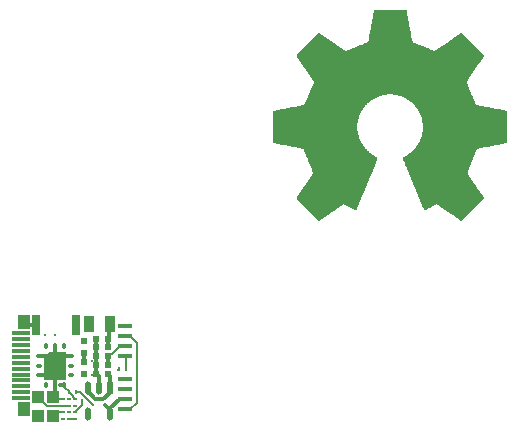
<source format=gbr>
%TF.GenerationSoftware,Altium Limited,Altium Designer,24.8.2 (39)*%
G04 Layer_Physical_Order=1*
G04 Layer_Color=255*
%FSLAX45Y45*%
%MOMM*%
%TF.SameCoordinates,62BC436B-7982-48EA-BC41-0FA37A5750A2*%
%TF.FilePolarity,Positive*%
%TF.FileFunction,Copper,L1,Top,Signal*%
%TF.Part,Single*%
G01*
G75*
%TA.AperFunction,SMDPad,CuDef*%
%ADD10R,0.55000X0.60000*%
%ADD11R,0.30000X0.27000*%
%ADD12R,0.27000X0.30000*%
%ADD13R,0.60000X0.50000*%
%AMCUSTOMSHAPE14*
4,1,5,-0.90000,-1.15000,-0.90000,0.77044,-0.52044,1.15000,0.90000,1.15000,0.90000,-1.15000,-0.90000,-1.15000,0.0*%
%ADD14CUSTOMSHAPE14*%

G04:AMPARAMS|DCode=15|XSize=0.3mm|YSize=0.45mm|CornerRadius=0.075mm|HoleSize=0mm|Usage=FLASHONLY|Rotation=0.000|XOffset=0mm|YOffset=0mm|HoleType=Round|Shape=RoundedRectangle|*
%AMROUNDEDRECTD15*
21,1,0.30000,0.30000,0,0,0.0*
21,1,0.15000,0.45000,0,0,0.0*
1,1,0.15000,0.07500,-0.15000*
1,1,0.15000,-0.07500,-0.15000*
1,1,0.15000,-0.07500,0.15000*
1,1,0.15000,0.07500,0.15000*
%
%ADD15ROUNDEDRECTD15*%
G04:AMPARAMS|DCode=16|XSize=0.3mm|YSize=0.45mm|CornerRadius=0.075mm|HoleSize=0mm|Usage=FLASHONLY|Rotation=90.000|XOffset=0mm|YOffset=0mm|HoleType=Round|Shape=RoundedRectangle|*
%AMROUNDEDRECTD16*
21,1,0.30000,0.30000,0,0,90.0*
21,1,0.15000,0.45000,0,0,90.0*
1,1,0.15000,0.15000,0.07500*
1,1,0.15000,0.15000,-0.07500*
1,1,0.15000,-0.15000,-0.07500*
1,1,0.15000,-0.15000,0.07500*
%
%ADD16ROUNDEDRECTD16*%
%TA.AperFunction,ConnectorPad*%
%ADD17R,1.00000X1.10000*%
%TA.AperFunction,SMDPad,CuDef*%
%ADD18R,0.85000X1.40000*%
%ADD19R,1.30000X0.42000*%
%ADD20R,0.80000X1.70000*%
%ADD21R,0.50000X0.60000*%
G04:AMPARAMS|DCode=22|XSize=1.10712mm|YSize=0.53583mm|CornerRadius=0.26791mm|HoleSize=0mm|Usage=FLASHONLY|Rotation=270.000|XOffset=0mm|YOffset=0mm|HoleType=Round|Shape=RoundedRectangle|*
%AMROUNDEDRECTD22*
21,1,1.10712,0.00000,0,0,270.0*
21,1,0.57129,0.53583,0,0,270.0*
1,1,0.53583,0.00000,-0.28565*
1,1,0.53583,0.00000,0.28565*
1,1,0.53583,0.00000,0.28565*
1,1,0.53583,0.00000,-0.28565*
%
%ADD22ROUNDEDRECTD22*%
%ADD23R,0.53583X1.10712*%
%TA.AperFunction,ConnectorPad*%
%ADD24R,1.00000X1.18000*%
%ADD25R,1.50000X0.35000*%
%TA.AperFunction,Conductor*%
%ADD26C,0.30000*%
%ADD27C,0.15240*%
%ADD28C,0.20000*%
%TA.AperFunction,ViaPad*%
%ADD29C,0.25000*%
G36*
X7663403Y11509324D02*
Y11505973D01*
X7670105D01*
Y11502622D01*
X7676806D01*
Y11499271D01*
X7686859D01*
Y11495921D01*
X7693560D01*
Y11492570D01*
X7703613D01*
Y11489219D01*
X7710315D01*
Y11485868D01*
X7720367D01*
Y11482518D01*
X7727069D01*
Y11479167D01*
X7733770D01*
Y11475816D01*
X7743823D01*
Y11472465D01*
X7750524D01*
Y11469114D01*
X7760577D01*
Y11465763D01*
X7767278D01*
Y11462412D01*
X7777331D01*
Y11459062D01*
X7784032D01*
Y11455711D01*
X7794085D01*
Y11452360D01*
X7800787D01*
Y11449009D01*
X7807488D01*
Y11445659D01*
X7817541D01*
Y11442308D01*
X7824242D01*
Y11438957D01*
X7834295D01*
Y11435606D01*
X7851049D01*
Y11438957D01*
X7857750D01*
Y11442308D01*
X7861101D01*
Y11445659D01*
X7864452D01*
Y11449009D01*
X7871154D01*
Y11452360D01*
X7874504D01*
Y11455711D01*
X7881206D01*
Y11459062D01*
X7884557D01*
Y11462412D01*
X7891259D01*
Y11465763D01*
X7894609D01*
Y11469114D01*
X7901311D01*
Y11472465D01*
X7904662D01*
Y11475816D01*
X7911363D01*
Y11479167D01*
X7914714D01*
Y11482518D01*
X7921416D01*
Y11485868D01*
X7924767D01*
Y11489219D01*
X7928117D01*
Y11492570D01*
X7934819D01*
Y11495921D01*
X7938170D01*
Y11499271D01*
X7944872D01*
Y11502622D01*
X7948222D01*
Y11505973D01*
X7954924D01*
Y11509324D01*
X7958275D01*
Y11512675D01*
X7964976D01*
Y11516025D01*
X7968327D01*
Y11519377D01*
X7975029D01*
Y11522727D01*
X7978380D01*
Y11526078D01*
X7981731D01*
Y11529429D01*
X7988432D01*
Y11532780D01*
X7991783D01*
Y11536130D01*
X7998485D01*
Y11539481D01*
X8001835D01*
Y11542832D01*
X8008537D01*
Y11546183D01*
X8011888D01*
Y11549534D01*
X8018590D01*
Y11552884D01*
X8021940D01*
Y11556235D01*
X8028642D01*
Y11559586D01*
X8031993D01*
Y11562937D01*
X8035344D01*
Y11566288D01*
X8042045D01*
Y11569639D01*
X8045396D01*
Y11572989D01*
X8052098D01*
Y11576340D01*
X8055448D01*
Y11579691D01*
X8062150D01*
Y11583042D01*
X8078904D01*
Y11579691D01*
X8082255D01*
Y11576340D01*
X8085606D01*
Y11572989D01*
X8088957D01*
Y11569639D01*
X8092307D01*
Y11566288D01*
X8095658D01*
Y11562937D01*
X8099009D01*
Y11559586D01*
X8102360D01*
Y11556235D01*
X8105710D01*
Y11552884D01*
X8109062D01*
Y11549534D01*
X8112412D01*
Y11546183D01*
X8115763D01*
Y11542832D01*
X8119114D01*
Y11539481D01*
X8122465D01*
Y11536130D01*
X8125816D01*
Y11532780D01*
X8129166D01*
Y11529429D01*
X8132517D01*
Y11526078D01*
X8135868D01*
Y11522727D01*
X8139219D01*
Y11519377D01*
X8142569D01*
Y11516025D01*
X8145920D01*
Y11512675D01*
X8149271D01*
Y11509324D01*
X8152622D01*
Y11505973D01*
X8155973D01*
Y11502622D01*
X8159324D01*
Y11499271D01*
X8162675D01*
Y11495921D01*
X8166025D01*
Y11492570D01*
X8169376D01*
Y11489219D01*
X8172727D01*
Y11485868D01*
X8176078D01*
Y11482518D01*
X8179428D01*
Y11479167D01*
X8182779D01*
Y11475816D01*
X8186130D01*
Y11472465D01*
X8189481D01*
Y11469114D01*
X8192832D01*
Y11465763D01*
X8196182D01*
Y11462412D01*
X8199534D01*
Y11459062D01*
X8202884D01*
Y11455711D01*
X8206235D01*
Y11452360D01*
X8209586D01*
Y11449009D01*
X8212937D01*
Y11445659D01*
X8216287D01*
Y11442308D01*
X8219638D01*
Y11438957D01*
X8222989D01*
Y11435606D01*
X8226340D01*
Y11432255D01*
X8229691D01*
Y11428904D01*
X8233041D01*
Y11425553D01*
X8236392D01*
Y11422203D01*
X8239743D01*
Y11418852D01*
X8243094D01*
Y11415501D01*
X8246445D01*
Y11412150D01*
X8249796D01*
Y11408800D01*
X8253147D01*
Y11405449D01*
X8256497D01*
Y11402098D01*
X8259848D01*
Y11385344D01*
X8256497D01*
Y11378642D01*
X8253147D01*
Y11375291D01*
X8249796D01*
Y11368590D01*
X8246445D01*
Y11365239D01*
X8243094D01*
Y11358537D01*
X8239743D01*
Y11355187D01*
X8236392D01*
Y11351836D01*
X8233041D01*
Y11345134D01*
X8229691D01*
Y11341783D01*
X8226340D01*
Y11335082D01*
X8222989D01*
Y11331731D01*
X8219638D01*
Y11325029D01*
X8216287D01*
Y11321678D01*
X8212937D01*
Y11314977D01*
X8209586D01*
Y11311626D01*
X8206235D01*
Y11304924D01*
X8202884D01*
Y11301574D01*
X8199534D01*
Y11298223D01*
X8196182D01*
Y11291521D01*
X8192832D01*
Y11288170D01*
X8189481D01*
Y11281469D01*
X8186130D01*
Y11278118D01*
X8182779D01*
Y11271416D01*
X8179428D01*
Y11268065D01*
X8176078D01*
Y11261364D01*
X8172727D01*
Y11258013D01*
X8169376D01*
Y11251311D01*
X8166025D01*
Y11247960D01*
X8162675D01*
Y11241259D01*
X8159324D01*
Y11237908D01*
X8155973D01*
Y11234557D01*
X8152622D01*
Y11227856D01*
X8149271D01*
Y11224505D01*
X8145920D01*
Y11217803D01*
X8142569D01*
Y11214452D01*
X8139219D01*
Y11207751D01*
X8135868D01*
Y11204400D01*
X8132517D01*
Y11197698D01*
X8129166D01*
Y11194347D01*
X8125816D01*
Y11187646D01*
X8122465D01*
Y11184295D01*
X8119114D01*
Y11180944D01*
X8115763D01*
Y11157488D01*
X8119114D01*
Y11150787D01*
X8122465D01*
Y11144085D01*
X8125816D01*
Y11134033D01*
X8129166D01*
Y11127331D01*
X8132517D01*
Y11120630D01*
X8135868D01*
Y11110577D01*
X8139219D01*
Y11103875D01*
X8142569D01*
Y11097174D01*
X8145920D01*
Y11087121D01*
X8149271D01*
Y11080420D01*
X8152622D01*
Y11073718D01*
X8155973D01*
Y11063666D01*
X8159324D01*
Y11056964D01*
X8162675D01*
Y11050262D01*
X8166025D01*
Y11040210D01*
X8169376D01*
Y11033508D01*
X8172727D01*
Y11026807D01*
X8176078D01*
Y11016754D01*
X8179428D01*
Y11010053D01*
X8182779D01*
Y11003351D01*
X8186130D01*
Y10993299D01*
X8189481D01*
Y10986597D01*
X8192832D01*
Y10983246D01*
X8196182D01*
Y10979895D01*
X8199534D01*
Y10976544D01*
X8206235D01*
Y10973194D01*
X8222989D01*
Y10969843D01*
X8239743D01*
Y10966492D01*
X8259848D01*
Y10963141D01*
X8276602D01*
Y10959790D01*
X8296707D01*
Y10956440D01*
X8313461D01*
Y10953089D01*
X8330215D01*
Y10949738D01*
X8350320D01*
Y10946387D01*
X8367074D01*
Y10943036D01*
X8383828D01*
Y10939686D01*
X8403933D01*
Y10936335D01*
X8420687D01*
Y10932984D01*
X8440792D01*
Y10929633D01*
X8454195D01*
Y10926282D01*
X8457546D01*
Y10919581D01*
X8460897D01*
Y10661568D01*
X8457546D01*
Y10654866D01*
X8450844D01*
Y10651515D01*
X8434090D01*
Y10648165D01*
X8417336D01*
Y10644814D01*
X8397231D01*
Y10641463D01*
X8380477D01*
Y10638112D01*
X8363723D01*
Y10634761D01*
X8343618D01*
Y10631411D01*
X8326864D01*
Y10628060D01*
X8310110D01*
Y10624709D01*
X8290006D01*
Y10621358D01*
X8273251D01*
Y10618007D01*
X8256497D01*
Y10614656D01*
X8236392D01*
Y10611306D01*
X8219638D01*
Y10607955D01*
X8206235D01*
Y10604604D01*
X8202884D01*
Y10601253D01*
X8199534D01*
Y10597902D01*
X8196182D01*
Y10587850D01*
X8192832D01*
Y10581148D01*
X8189481D01*
Y10571096D01*
X8186130D01*
Y10564394D01*
X8182779D01*
Y10554342D01*
X8179428D01*
Y10547640D01*
X8176078D01*
Y10537588D01*
X8172727D01*
Y10530886D01*
X8169376D01*
Y10520834D01*
X8166025D01*
Y10514132D01*
X8162675D01*
Y10504080D01*
X8159324D01*
Y10497378D01*
X8155973D01*
Y10487325D01*
X8152622D01*
Y10480624D01*
X8149271D01*
Y10470571D01*
X8145920D01*
Y10463870D01*
X8142569D01*
Y10453818D01*
X8139219D01*
Y10447116D01*
X8135868D01*
Y10437063D01*
X8132517D01*
Y10430362D01*
X8129166D01*
Y10420309D01*
X8125816D01*
Y10413608D01*
X8122465D01*
Y10393503D01*
X8125816D01*
Y10386801D01*
X8129166D01*
Y10383450D01*
X8132517D01*
Y10376749D01*
X8135868D01*
Y10373398D01*
X8139219D01*
Y10366696D01*
X8142569D01*
Y10363346D01*
X8145920D01*
Y10359995D01*
X8149271D01*
Y10353293D01*
X8152622D01*
Y10349942D01*
X8155973D01*
Y10343241D01*
X8159324D01*
Y10339890D01*
X8162675D01*
Y10333188D01*
X8166025D01*
Y10329837D01*
X8169376D01*
Y10323136D01*
X8172727D01*
Y10319785D01*
X8176078D01*
Y10313083D01*
X8179428D01*
Y10309732D01*
X8182779D01*
Y10306382D01*
X8186130D01*
Y10299680D01*
X8189481D01*
Y10296329D01*
X8192832D01*
Y10289628D01*
X8196182D01*
Y10286277D01*
X8199534D01*
Y10279575D01*
X8202884D01*
Y10276224D01*
X8206235D01*
Y10269523D01*
X8209586D01*
Y10266172D01*
X8212937D01*
Y10259470D01*
X8216287D01*
Y10256119D01*
X8219638D01*
Y10252769D01*
X8222989D01*
Y10246067D01*
X8226340D01*
Y10242716D01*
X8229691D01*
Y10236015D01*
X8233041D01*
Y10232664D01*
X8236392D01*
Y10225962D01*
X8239743D01*
Y10222611D01*
X8243094D01*
Y10215910D01*
X8246445D01*
Y10212559D01*
X8249796D01*
Y10205857D01*
X8253147D01*
Y10202506D01*
X8256497D01*
Y10195805D01*
X8259848D01*
Y10179051D01*
X8256497D01*
Y10175700D01*
X8253147D01*
Y10172349D01*
X8249796D01*
Y10168998D01*
X8246445D01*
Y10165647D01*
X8243094D01*
Y10162297D01*
X8239743D01*
Y10158946D01*
X8236392D01*
Y10155595D01*
X8233041D01*
Y10152244D01*
X8229691D01*
Y10148893D01*
X8226340D01*
Y10145543D01*
X8222989D01*
Y10142192D01*
X8219638D01*
Y10138841D01*
X8216287D01*
Y10135490D01*
X8212937D01*
Y10132139D01*
X8209586D01*
Y10128788D01*
X8206235D01*
Y10125438D01*
X8202884D01*
Y10122087D01*
X8199534D01*
Y10118736D01*
X8196182D01*
Y10115385D01*
X8192832D01*
Y10112034D01*
X8189481D01*
Y10108684D01*
X8186130D01*
Y10105333D01*
X8182779D01*
Y10101982D01*
X8179428D01*
Y10098631D01*
X8176078D01*
Y10095280D01*
X8172727D01*
Y10091930D01*
X8169376D01*
Y10088579D01*
X8166025D01*
Y10085228D01*
X8162675D01*
Y10081877D01*
X8159324D01*
Y10078526D01*
X8155973D01*
Y10075175D01*
X8152622D01*
Y10071825D01*
X8149271D01*
Y10068474D01*
X8145920D01*
Y10065123D01*
X8142569D01*
Y10061772D01*
X8139219D01*
Y10058421D01*
X8135868D01*
Y10055071D01*
X8132517D01*
Y10051720D01*
X8129166D01*
Y10048369D01*
X8125816D01*
Y10045018D01*
X8122465D01*
Y10041667D01*
X8119114D01*
Y10038316D01*
X8115763D01*
Y10034966D01*
X8112412D01*
Y10031615D01*
X8109062D01*
Y10028264D01*
X8105710D01*
Y10024913D01*
X8102360D01*
Y10021562D01*
X8099009D01*
Y10018212D01*
X8095658D01*
Y10014861D01*
X8092307D01*
Y10011510D01*
X8088957D01*
Y10008159D01*
X8085606D01*
Y10004808D01*
X8082255D01*
Y10001458D01*
X8078904D01*
Y9998107D01*
X8062150D01*
Y10001458D01*
X8058799D01*
Y10004808D01*
X8052098D01*
Y10008159D01*
X8048747D01*
Y10011510D01*
X8042045D01*
Y10014861D01*
X8038694D01*
Y10018212D01*
X8031993D01*
Y10021562D01*
X8028642D01*
Y10024913D01*
X8021940D01*
Y10028264D01*
X8018590D01*
Y10031615D01*
X8015239D01*
Y10034966D01*
X8008537D01*
Y10038316D01*
X8005186D01*
Y10041667D01*
X7998485D01*
Y10045018D01*
X7995134D01*
Y10048369D01*
X7988432D01*
Y10051720D01*
X7985081D01*
Y10055071D01*
X7978380D01*
Y10058421D01*
X7975029D01*
Y10061772D01*
X7968327D01*
Y10065123D01*
X7964976D01*
Y10068474D01*
X7961626D01*
Y10071825D01*
X7954924D01*
Y10075175D01*
X7951573D01*
Y10078526D01*
X7944872D01*
Y10081877D01*
X7941521D01*
Y10085228D01*
X7934819D01*
Y10088579D01*
X7931468D01*
Y10091930D01*
X7924767D01*
Y10095280D01*
X7921416D01*
Y10098631D01*
X7914714D01*
Y10101982D01*
X7911363D01*
Y10105333D01*
X7904662D01*
Y10108684D01*
X7901311D01*
Y10112034D01*
X7897960D01*
Y10115385D01*
X7891259D01*
Y10118736D01*
X7887908D01*
Y10122087D01*
X7881206D01*
Y10125438D01*
X7877855D01*
Y10128788D01*
X7871154D01*
Y10132139D01*
X7864452D01*
Y10135490D01*
X7854400D01*
Y10132139D01*
X7847698D01*
Y10128788D01*
X7840996D01*
Y10125438D01*
X7834295D01*
Y10122087D01*
X7830944D01*
Y10118736D01*
X7824242D01*
Y10115385D01*
X7817541D01*
Y10112034D01*
X7810839D01*
Y10108684D01*
X7804137D01*
Y10105333D01*
X7797436D01*
Y10101982D01*
X7790734D01*
Y10098631D01*
X7784032D01*
Y10095280D01*
X7780682D01*
Y10091930D01*
X7773980D01*
Y10088579D01*
X7767278D01*
Y10085228D01*
X7757226D01*
Y10088579D01*
X7753875D01*
Y10091930D01*
X7750524D01*
Y10101982D01*
X7747173D01*
Y10108684D01*
X7743823D01*
Y10115385D01*
X7740472D01*
Y10125438D01*
X7737121D01*
Y10132139D01*
X7733770D01*
Y10142192D01*
X7730419D01*
Y10148893D01*
X7727069D01*
Y10158946D01*
X7723718D01*
Y10165647D01*
X7720367D01*
Y10172349D01*
X7717016D01*
Y10182402D01*
X7713665D01*
Y10189103D01*
X7710315D01*
Y10199156D01*
X7706964D01*
Y10205857D01*
X7703613D01*
Y10212559D01*
X7700262D01*
Y10222611D01*
X7696911D01*
Y10229313D01*
X7693560D01*
Y10239365D01*
X7690210D01*
Y10246067D01*
X7686859D01*
Y10256119D01*
X7683508D01*
Y10262821D01*
X7680157D01*
Y10269523D01*
X7676806D01*
Y10279575D01*
X7673456D01*
Y10286277D01*
X7670105D01*
Y10296329D01*
X7666754D01*
Y10303031D01*
X7663403D01*
Y10309732D01*
X7660052D01*
Y10319785D01*
X7656701D01*
Y10326487D01*
X7653351D01*
Y10336539D01*
X7650000D01*
Y10343241D01*
X7646649D01*
Y10353293D01*
X7643298D01*
Y10359995D01*
X7639947D01*
Y10366696D01*
X7636597D01*
Y10376749D01*
X7633246D01*
Y10383450D01*
X7629895D01*
Y10393503D01*
X7626544D01*
Y10400204D01*
X7623193D01*
Y10406906D01*
X7619843D01*
Y10416959D01*
X7616492D01*
Y10423660D01*
X7613141D01*
Y10433712D01*
X7609790D01*
Y10440414D01*
X7606439D01*
Y10450467D01*
X7603088D01*
Y10457168D01*
X7599738D01*
Y10463870D01*
X7596387D01*
Y10473922D01*
X7593036D01*
Y10480624D01*
X7589685D01*
Y10490677D01*
X7586334D01*
Y10497378D01*
X7582984D01*
Y10504080D01*
X7579633D01*
Y10514132D01*
X7576282D01*
Y10527535D01*
X7579633D01*
Y10534237D01*
X7586334D01*
Y10537588D01*
X7593036D01*
Y10540939D01*
X7596387D01*
Y10544289D01*
X7603088D01*
Y10547640D01*
X7606439D01*
Y10550991D01*
X7613141D01*
Y10554342D01*
X7616492D01*
Y10557693D01*
X7619843D01*
Y10561043D01*
X7626544D01*
Y10564394D01*
X7629895D01*
Y10567745D01*
X7636597D01*
Y10571096D01*
X7639947D01*
Y10574447D01*
X7643298D01*
Y10577797D01*
X7646649D01*
Y10581148D01*
X7650000D01*
Y10584499D01*
X7656701D01*
Y10587850D01*
X7660052D01*
Y10591201D01*
X7663403D01*
Y10594552D01*
X7666754D01*
Y10597902D01*
X7670105D01*
Y10601253D01*
X7673456D01*
Y10607955D01*
X7676806D01*
Y10611306D01*
X7680157D01*
Y10614656D01*
X7683508D01*
Y10618007D01*
X7686859D01*
Y10621358D01*
X7690210D01*
Y10628060D01*
X7693560D01*
Y10631411D01*
X7696911D01*
Y10638112D01*
X7700262D01*
Y10641463D01*
X7703613D01*
Y10648165D01*
X7706964D01*
Y10654866D01*
X7710315D01*
Y10658217D01*
X7713665D01*
Y10664919D01*
X7717016D01*
Y10671620D01*
X7720367D01*
Y10681673D01*
X7723718D01*
Y10688374D01*
X7727069D01*
Y10698427D01*
X7730419D01*
Y10708479D01*
X7733770D01*
Y10718532D01*
X7737121D01*
Y10731935D01*
X7740472D01*
Y10752040D01*
X7743823D01*
Y10825758D01*
X7740472D01*
Y10845863D01*
X7737121D01*
Y10859266D01*
X7733770D01*
Y10872669D01*
X7730419D01*
Y10882722D01*
X7727069D01*
Y10889423D01*
X7723718D01*
Y10899476D01*
X7720367D01*
Y10906177D01*
X7717016D01*
Y10912879D01*
X7713665D01*
Y10919581D01*
X7710315D01*
Y10926282D01*
X7706964D01*
Y10932984D01*
X7703613D01*
Y10936335D01*
X7700262D01*
Y10943036D01*
X7696911D01*
Y10946387D01*
X7693560D01*
Y10953089D01*
X7690210D01*
Y10956440D01*
X7686859D01*
Y10959790D01*
X7683508D01*
Y10963141D01*
X7680157D01*
Y10969843D01*
X7676806D01*
Y10973194D01*
X7673456D01*
Y10976544D01*
X7670105D01*
Y10979895D01*
X7666754D01*
Y10983246D01*
X7663403D01*
Y10986597D01*
X7660052D01*
Y10989948D01*
X7656701D01*
Y10993299D01*
X7653351D01*
Y10996649D01*
X7650000D01*
Y11000000D01*
X7646649D01*
Y11003351D01*
X7639947D01*
Y11006702D01*
X7636597D01*
Y11010053D01*
X7633246D01*
Y11013403D01*
X7626544D01*
Y11016754D01*
X7623193D01*
Y11020105D01*
X7619843D01*
Y11023456D01*
X7613141D01*
Y11026807D01*
X7606439D01*
Y11030158D01*
X7603088D01*
Y11033508D01*
X7596387D01*
Y11036859D01*
X7589685D01*
Y11040210D01*
X7582984D01*
Y11043561D01*
X7572931D01*
Y11046912D01*
X7566229D01*
Y11050262D01*
X7556177D01*
Y11053613D01*
X7546125D01*
Y11056964D01*
X7532721D01*
Y11060315D01*
X7515967D01*
Y11063666D01*
X7492512D01*
Y11067016D01*
X7442249D01*
Y11063666D01*
X7418794D01*
Y11060315D01*
X7402040D01*
Y11056964D01*
X7391987D01*
Y11053613D01*
X7378584D01*
Y11050262D01*
X7371882D01*
Y11046912D01*
X7361830D01*
Y11043561D01*
X7355128D01*
Y11040210D01*
X7348427D01*
Y11036859D01*
X7341725D01*
Y11033508D01*
X7335023D01*
Y11030158D01*
X7328322D01*
Y11026807D01*
X7321620D01*
Y11023456D01*
X7318269D01*
Y11020105D01*
X7311568D01*
Y11016754D01*
X7308217D01*
Y11013403D01*
X7301515D01*
Y11010053D01*
X7298164D01*
Y11006702D01*
X7294813D01*
Y11003351D01*
X7291463D01*
Y11000000D01*
X7284761D01*
Y10996649D01*
X7281410D01*
Y10993299D01*
X7278059D01*
Y10989948D01*
X7274709D01*
Y10986597D01*
X7271358D01*
Y10983246D01*
X7268007D01*
Y10979895D01*
X7264656D01*
Y10976544D01*
X7261306D01*
Y10973194D01*
X7257954D01*
Y10966492D01*
X7254604D01*
Y10963141D01*
X7251253D01*
Y10959790D01*
X7247902D01*
Y10956440D01*
X7244551D01*
Y10949738D01*
X7241200D01*
Y10946387D01*
X7237850D01*
Y10939686D01*
X7234499D01*
Y10936335D01*
X7231148D01*
Y10929633D01*
X7227797D01*
Y10922931D01*
X7224447D01*
Y10919581D01*
X7221096D01*
Y10912879D01*
X7217745D01*
Y10906177D01*
X7214394D01*
Y10896125D01*
X7211043D01*
Y10889423D01*
X7207692D01*
Y10879371D01*
X7204341D01*
Y10869318D01*
X7200991D01*
Y10855915D01*
X7197640D01*
Y10842512D01*
X7194289D01*
Y10822407D01*
X7190938D01*
Y10758741D01*
X7194289D01*
Y10738637D01*
X7197640D01*
Y10721883D01*
X7200991D01*
Y10711830D01*
X7204341D01*
Y10698427D01*
X7207692D01*
Y10691725D01*
X7211043D01*
Y10681673D01*
X7214394D01*
Y10674971D01*
X7217745D01*
Y10668269D01*
X7221096D01*
Y10661568D01*
X7224447D01*
Y10654866D01*
X7227797D01*
Y10648165D01*
X7231148D01*
Y10644814D01*
X7234499D01*
Y10638112D01*
X7237850D01*
Y10634761D01*
X7241200D01*
Y10628060D01*
X7244551D01*
Y10624709D01*
X7247902D01*
Y10618007D01*
X7251253D01*
Y10614656D01*
X7254604D01*
Y10611306D01*
X7257954D01*
Y10607955D01*
X7261306D01*
Y10604604D01*
X7264656D01*
Y10601253D01*
X7268007D01*
Y10597902D01*
X7271358D01*
Y10594552D01*
X7274709D01*
Y10591201D01*
X7278059D01*
Y10587850D01*
X7281410D01*
Y10584499D01*
X7284761D01*
Y10581148D01*
X7288112D01*
Y10577797D01*
X7291463D01*
Y10574447D01*
X7294813D01*
Y10571096D01*
X7301515D01*
Y10567745D01*
X7304866D01*
Y10564394D01*
X7308217D01*
Y10561043D01*
X7314918D01*
Y10557693D01*
X7318269D01*
Y10554342D01*
X7324971D01*
Y10550991D01*
X7328322D01*
Y10547640D01*
X7331672D01*
Y10544289D01*
X7338374D01*
Y10540939D01*
X7345076D01*
Y10537588D01*
X7348427D01*
Y10534237D01*
X7355128D01*
Y10530886D01*
X7358479D01*
Y10510781D01*
X7355128D01*
Y10504080D01*
X7351777D01*
Y10494027D01*
X7348427D01*
Y10487325D01*
X7345076D01*
Y10480624D01*
X7341725D01*
Y10470571D01*
X7338374D01*
Y10463870D01*
X7335023D01*
Y10453818D01*
X7331672D01*
Y10447116D01*
X7328322D01*
Y10437063D01*
X7324971D01*
Y10430362D01*
X7321620D01*
Y10423660D01*
X7318269D01*
Y10413608D01*
X7314918D01*
Y10406906D01*
X7311568D01*
Y10396853D01*
X7308217D01*
Y10390152D01*
X7304866D01*
Y10383450D01*
X7301515D01*
Y10373398D01*
X7298164D01*
Y10366696D01*
X7294813D01*
Y10356644D01*
X7291463D01*
Y10349942D01*
X7288112D01*
Y10339890D01*
X7284761D01*
Y10333188D01*
X7281410D01*
Y10326487D01*
X7278059D01*
Y10316434D01*
X7274709D01*
Y10309732D01*
X7271358D01*
Y10299680D01*
X7268007D01*
Y10292978D01*
X7264656D01*
Y10286277D01*
X7261306D01*
Y10276224D01*
X7257954D01*
Y10269523D01*
X7254604D01*
Y10259470D01*
X7251253D01*
Y10252769D01*
X7247902D01*
Y10246067D01*
X7244551D01*
Y10236015D01*
X7241200D01*
Y10229313D01*
X7237850D01*
Y10219260D01*
X7234499D01*
Y10212559D01*
X7231148D01*
Y10202506D01*
X7227797D01*
Y10195805D01*
X7224447D01*
Y10189103D01*
X7221096D01*
Y10179051D01*
X7217745D01*
Y10172349D01*
X7214394D01*
Y10162297D01*
X7211043D01*
Y10155595D01*
X7207692D01*
Y10148893D01*
X7204341D01*
Y10138841D01*
X7200991D01*
Y10132139D01*
X7197640D01*
Y10122087D01*
X7194289D01*
Y10115385D01*
X7190938D01*
Y10105333D01*
X7187587D01*
Y10098631D01*
X7184237D01*
Y10091930D01*
X7180886D01*
Y10088579D01*
X7177535D01*
Y10085228D01*
X7167482D01*
Y10088579D01*
X7164132D01*
Y10091930D01*
X7157430D01*
Y10095280D01*
X7150728D01*
Y10098631D01*
X7144027D01*
Y10101982D01*
X7137325D01*
Y10105333D01*
X7130624D01*
Y10108684D01*
X7123922D01*
Y10112034D01*
X7117220D01*
Y10115385D01*
X7113869D01*
Y10118736D01*
X7107168D01*
Y10122087D01*
X7100466D01*
Y10125438D01*
X7093765D01*
Y10128788D01*
X7087063D01*
Y10132139D01*
X7080362D01*
Y10135490D01*
X7070309D01*
Y10132139D01*
X7063607D01*
Y10128788D01*
X7060257D01*
Y10125438D01*
X7053555D01*
Y10122087D01*
X7050204D01*
Y10118736D01*
X7043503D01*
Y10115385D01*
X7040152D01*
Y10112034D01*
X7033450D01*
Y10108684D01*
X7030099D01*
Y10105333D01*
X7023398D01*
Y10101982D01*
X7020047D01*
Y10098631D01*
X7013345D01*
Y10095280D01*
X7009994D01*
Y10091930D01*
X7003293D01*
Y10088579D01*
X6999942D01*
Y10085228D01*
X6996591D01*
Y10081877D01*
X6989889D01*
Y10078526D01*
X6986539D01*
Y10075175D01*
X6979837D01*
Y10071825D01*
X6976486D01*
Y10068474D01*
X6969785D01*
Y10065123D01*
X6966434D01*
Y10061772D01*
X6959732D01*
Y10058421D01*
X6956381D01*
Y10055071D01*
X6949680D01*
Y10051720D01*
X6946329D01*
Y10048369D01*
X6942978D01*
Y10045018D01*
X6936276D01*
Y10041667D01*
X6932926D01*
Y10038316D01*
X6926224D01*
Y10034966D01*
X6922873D01*
Y10031615D01*
X6916172D01*
Y10028264D01*
X6912821D01*
Y10024913D01*
X6906119D01*
Y10021562D01*
X6902768D01*
Y10018212D01*
X6896067D01*
Y10014861D01*
X6892716D01*
Y10011510D01*
X6889365D01*
Y10008159D01*
X6882663D01*
Y10004808D01*
X6879313D01*
Y10001458D01*
X6872611D01*
Y9998107D01*
X6855857D01*
Y10001458D01*
X6852506D01*
Y10004808D01*
X6849155D01*
Y10008159D01*
X6845804D01*
Y10011510D01*
X6842454D01*
Y10014861D01*
X6839103D01*
Y10018212D01*
X6835752D01*
Y10021562D01*
X6832401D01*
Y10024913D01*
X6829050D01*
Y10028264D01*
X6825700D01*
Y10031615D01*
X6822349D01*
Y10034966D01*
X6818998D01*
Y10038316D01*
X6815647D01*
Y10041667D01*
X6812296D01*
Y10045018D01*
X6808945D01*
Y10048369D01*
X6805595D01*
Y10051720D01*
X6802244D01*
Y10055071D01*
X6798893D01*
Y10058421D01*
X6795542D01*
Y10061772D01*
X6792191D01*
Y10065123D01*
X6788841D01*
Y10068474D01*
X6785490D01*
Y10071825D01*
X6782139D01*
Y10075175D01*
X6778788D01*
Y10078526D01*
X6775437D01*
Y10081877D01*
X6772087D01*
Y10085228D01*
X6768736D01*
Y10088579D01*
X6765385D01*
Y10091930D01*
X6762034D01*
Y10095280D01*
X6758683D01*
Y10098631D01*
X6755332D01*
Y10101982D01*
X6751982D01*
Y10105333D01*
X6748631D01*
Y10108684D01*
X6745280D01*
Y10112034D01*
X6741929D01*
Y10115385D01*
X6738578D01*
Y10118736D01*
X6735228D01*
Y10122087D01*
X6731877D01*
Y10125438D01*
X6728526D01*
Y10128788D01*
X6725175D01*
Y10132139D01*
X6721824D01*
Y10135490D01*
X6718473D01*
Y10138841D01*
X6715123D01*
Y10142192D01*
X6711772D01*
Y10145543D01*
X6708421D01*
Y10148893D01*
X6705070D01*
Y10152244D01*
X6701719D01*
Y10155595D01*
X6698369D01*
Y10158946D01*
X6695018D01*
Y10162297D01*
X6691667D01*
Y10165647D01*
X6688316D01*
Y10168998D01*
X6684965D01*
Y10172349D01*
X6681615D01*
Y10175700D01*
X6678264D01*
Y10179051D01*
X6674913D01*
Y10195805D01*
X6678264D01*
Y10202506D01*
X6681615D01*
Y10205857D01*
X6684965D01*
Y10209208D01*
X6688316D01*
Y10215910D01*
X6691667D01*
Y10219260D01*
X6695018D01*
Y10225962D01*
X6698369D01*
Y10229313D01*
X6701719D01*
Y10236015D01*
X6705070D01*
Y10239365D01*
X6708421D01*
Y10246067D01*
X6711772D01*
Y10249418D01*
X6715123D01*
Y10256119D01*
X6718473D01*
Y10259470D01*
X6721824D01*
Y10266172D01*
X6725175D01*
Y10269523D01*
X6728526D01*
Y10272874D01*
X6731877D01*
Y10279575D01*
X6735228D01*
Y10282926D01*
X6738578D01*
Y10289628D01*
X6741929D01*
Y10292978D01*
X6745280D01*
Y10299680D01*
X6748631D01*
Y10303031D01*
X6751982D01*
Y10309732D01*
X6755332D01*
Y10313083D01*
X6758683D01*
Y10319785D01*
X6762034D01*
Y10323136D01*
X6765385D01*
Y10326487D01*
X6768736D01*
Y10333188D01*
X6772087D01*
Y10336539D01*
X6775437D01*
Y10343241D01*
X6778788D01*
Y10346591D01*
X6782139D01*
Y10353293D01*
X6785490D01*
Y10356644D01*
X6788841D01*
Y10363346D01*
X6792191D01*
Y10366696D01*
X6795542D01*
Y10373398D01*
X6798893D01*
Y10376749D01*
X6802244D01*
Y10380100D01*
X6805595D01*
Y10386801D01*
X6808945D01*
Y10390152D01*
X6812296D01*
Y10400204D01*
X6815647D01*
Y10406906D01*
X6812296D01*
Y10413608D01*
X6808945D01*
Y10423660D01*
X6805595D01*
Y10430362D01*
X6802244D01*
Y10440414D01*
X6798893D01*
Y10447116D01*
X6795542D01*
Y10457168D01*
X6792191D01*
Y10463870D01*
X6788841D01*
Y10473922D01*
X6785490D01*
Y10480624D01*
X6782139D01*
Y10490677D01*
X6778788D01*
Y10497378D01*
X6775437D01*
Y10507430D01*
X6772087D01*
Y10514132D01*
X6768736D01*
Y10524184D01*
X6765385D01*
Y10530886D01*
X6762034D01*
Y10540939D01*
X6758683D01*
Y10547640D01*
X6755332D01*
Y10557693D01*
X6751982D01*
Y10564394D01*
X6748631D01*
Y10574447D01*
X6745280D01*
Y10581148D01*
X6741929D01*
Y10591201D01*
X6738578D01*
Y10597902D01*
X6735228D01*
Y10601253D01*
X6731877D01*
Y10604604D01*
X6728526D01*
Y10607955D01*
X6715123D01*
Y10611306D01*
X6698369D01*
Y10614656D01*
X6681615D01*
Y10618007D01*
X6661510D01*
Y10621358D01*
X6644756D01*
Y10624709D01*
X6628001D01*
Y10628060D01*
X6607897D01*
Y10631411D01*
X6591143D01*
Y10634761D01*
X6571038D01*
Y10638112D01*
X6554284D01*
Y10641463D01*
X6537529D01*
Y10644814D01*
X6517425D01*
Y10648165D01*
X6500671D01*
Y10651515D01*
X6483916D01*
Y10654866D01*
X6480566D01*
Y10658217D01*
X6477215D01*
Y10926282D01*
X6483916D01*
Y10929633D01*
X6497320D01*
Y10932984D01*
X6514074D01*
Y10936335D01*
X6530828D01*
Y10939686D01*
X6550933D01*
Y10943036D01*
X6567687D01*
Y10946387D01*
X6587792D01*
Y10949738D01*
X6604546D01*
Y10953089D01*
X6621300D01*
Y10956440D01*
X6641405D01*
Y10959790D01*
X6658159D01*
Y10963141D01*
X6674913D01*
Y10966492D01*
X6695018D01*
Y10969843D01*
X6711772D01*
Y10973194D01*
X6731877D01*
Y10976544D01*
X6738578D01*
Y10979895D01*
X6741929D01*
Y10986597D01*
X6745280D01*
Y10993299D01*
X6748631D01*
Y11000000D01*
X6751982D01*
Y11006702D01*
X6755332D01*
Y11016754D01*
X6758683D01*
Y11023456D01*
X6762034D01*
Y11030158D01*
X6765385D01*
Y11040210D01*
X6768736D01*
Y11046912D01*
X6772087D01*
Y11053613D01*
X6775437D01*
Y11063666D01*
X6778788D01*
Y11070367D01*
X6782139D01*
Y11077069D01*
X6785490D01*
Y11087121D01*
X6788841D01*
Y11093823D01*
X6792191D01*
Y11100525D01*
X6795542D01*
Y11110577D01*
X6798893D01*
Y11117279D01*
X6802244D01*
Y11123980D01*
X6805595D01*
Y11134033D01*
X6808945D01*
Y11140734D01*
X6812296D01*
Y11147436D01*
X6815647D01*
Y11157488D01*
X6818998D01*
Y11164190D01*
X6822349D01*
Y11174243D01*
X6818998D01*
Y11180944D01*
X6815647D01*
Y11184295D01*
X6812296D01*
Y11190997D01*
X6808945D01*
Y11194347D01*
X6805595D01*
Y11201049D01*
X6802244D01*
Y11204400D01*
X6798893D01*
Y11211102D01*
X6795542D01*
Y11214452D01*
X6792191D01*
Y11221154D01*
X6788841D01*
Y11224505D01*
X6785490D01*
Y11227856D01*
X6782139D01*
Y11234557D01*
X6778788D01*
Y11237908D01*
X6775437D01*
Y11244610D01*
X6772087D01*
Y11247960D01*
X6768736D01*
Y11254662D01*
X6765385D01*
Y11258013D01*
X6762034D01*
Y11264715D01*
X6758683D01*
Y11268065D01*
X6755332D01*
Y11274767D01*
X6751982D01*
Y11278118D01*
X6748631D01*
Y11284819D01*
X6745280D01*
Y11288170D01*
X6741929D01*
Y11291521D01*
X6738578D01*
Y11298223D01*
X6735228D01*
Y11301574D01*
X6731877D01*
Y11308275D01*
X6728526D01*
Y11311626D01*
X6725175D01*
Y11318328D01*
X6721824D01*
Y11321678D01*
X6718473D01*
Y11328380D01*
X6715123D01*
Y11331731D01*
X6711772D01*
Y11338432D01*
X6708421D01*
Y11341783D01*
X6705070D01*
Y11345134D01*
X6701719D01*
Y11351836D01*
X6698369D01*
Y11355187D01*
X6695018D01*
Y11361888D01*
X6691667D01*
Y11365239D01*
X6688316D01*
Y11371941D01*
X6684965D01*
Y11375291D01*
X6681615D01*
Y11381993D01*
X6678264D01*
Y11385344D01*
X6674913D01*
Y11402098D01*
X6678264D01*
Y11405449D01*
X6681615D01*
Y11408800D01*
X6684965D01*
Y11412150D01*
X6688316D01*
Y11415501D01*
X6691667D01*
Y11418852D01*
X6695018D01*
Y11422203D01*
X6698369D01*
Y11425553D01*
X6701719D01*
Y11428904D01*
X6705070D01*
Y11432255D01*
X6708421D01*
Y11435606D01*
X6711772D01*
Y11438957D01*
X6715123D01*
Y11442308D01*
X6718473D01*
Y11445659D01*
X6721824D01*
Y11449009D01*
X6725175D01*
Y11452360D01*
X6728526D01*
Y11455711D01*
X6731877D01*
Y11459062D01*
X6735228D01*
Y11462412D01*
X6738578D01*
Y11465763D01*
X6741929D01*
Y11469114D01*
X6745280D01*
Y11472465D01*
X6748631D01*
Y11475816D01*
X6751982D01*
Y11479167D01*
X6755332D01*
Y11482518D01*
X6758683D01*
Y11485868D01*
X6762034D01*
Y11489219D01*
X6765385D01*
Y11492570D01*
X6768736D01*
Y11495921D01*
X6772087D01*
Y11499271D01*
X6775437D01*
Y11502622D01*
X6778788D01*
Y11505973D01*
X6782139D01*
Y11509324D01*
X6785490D01*
Y11512675D01*
X6788841D01*
Y11516025D01*
X6792191D01*
Y11519377D01*
X6795542D01*
Y11522727D01*
X6798893D01*
Y11526078D01*
X6802244D01*
Y11529429D01*
X6805595D01*
Y11532780D01*
X6808945D01*
Y11536130D01*
X6812296D01*
Y11539481D01*
X6815647D01*
Y11542832D01*
X6818998D01*
Y11546183D01*
X6822349D01*
Y11549534D01*
X6825700D01*
Y11552884D01*
X6829050D01*
Y11556235D01*
X6832401D01*
Y11559586D01*
X6835752D01*
Y11562937D01*
X6839103D01*
Y11566288D01*
X6842454D01*
Y11569639D01*
X6845804D01*
Y11572989D01*
X6849155D01*
Y11576340D01*
X6852506D01*
Y11579691D01*
X6855857D01*
Y11583042D01*
X6872611D01*
Y11579691D01*
X6879313D01*
Y11576340D01*
X6882663D01*
Y11572989D01*
X6889365D01*
Y11569639D01*
X6892716D01*
Y11566288D01*
X6899417D01*
Y11562937D01*
X6902768D01*
Y11559586D01*
X6909470D01*
Y11556235D01*
X6912821D01*
Y11552884D01*
X6919522D01*
Y11549534D01*
X6922873D01*
Y11546183D01*
X6926224D01*
Y11542832D01*
X6932926D01*
Y11539481D01*
X6936276D01*
Y11536130D01*
X6942978D01*
Y11532780D01*
X6946329D01*
Y11529429D01*
X6953031D01*
Y11526078D01*
X6956381D01*
Y11522727D01*
X6963083D01*
Y11519377D01*
X6966434D01*
Y11516025D01*
X6973135D01*
Y11512675D01*
X6976486D01*
Y11509324D01*
X6983188D01*
Y11505973D01*
X6986539D01*
Y11502622D01*
X6989889D01*
Y11499271D01*
X6996591D01*
Y11495921D01*
X6999942D01*
Y11492570D01*
X7006644D01*
Y11489219D01*
X7009994D01*
Y11485868D01*
X7016696D01*
Y11482518D01*
X7020047D01*
Y11479167D01*
X7026748D01*
Y11475816D01*
X7030099D01*
Y11472465D01*
X7036801D01*
Y11469114D01*
X7040152D01*
Y11465763D01*
X7043503D01*
Y11462412D01*
X7050204D01*
Y11459062D01*
X7053555D01*
Y11455711D01*
X7060257D01*
Y11452360D01*
X7063607D01*
Y11449009D01*
X7070309D01*
Y11445659D01*
X7073660D01*
Y11442308D01*
X7080362D01*
Y11438957D01*
X7083712D01*
Y11435606D01*
X7103817D01*
Y11438957D01*
X7110519D01*
Y11442308D01*
X7117220D01*
Y11445659D01*
X7127273D01*
Y11449009D01*
X7133975D01*
Y11452360D01*
X7144027D01*
Y11455711D01*
X7150728D01*
Y11459062D01*
X7160781D01*
Y11462412D01*
X7167482D01*
Y11465763D01*
X7177535D01*
Y11469114D01*
X7184237D01*
Y11472465D01*
X7190938D01*
Y11475816D01*
X7200991D01*
Y11479167D01*
X7207692D01*
Y11482518D01*
X7217745D01*
Y11485868D01*
X7224447D01*
Y11489219D01*
X7234499D01*
Y11492570D01*
X7241200D01*
Y11495921D01*
X7247902D01*
Y11499271D01*
X7257954D01*
Y11502622D01*
X7264656D01*
Y11505973D01*
X7274709D01*
Y11509324D01*
X7278059D01*
Y11512675D01*
X7281410D01*
Y11522727D01*
X7284761D01*
Y11542832D01*
X7288112D01*
Y11559586D01*
X7291463D01*
Y11576340D01*
X7294813D01*
Y11596445D01*
X7298164D01*
Y11613199D01*
X7301515D01*
Y11633304D01*
X7304866D01*
Y11650058D01*
X7308217D01*
Y11666812D01*
X7311568D01*
Y11686917D01*
X7314918D01*
Y11703671D01*
X7318269D01*
Y11720425D01*
X7321620D01*
Y11740530D01*
X7324971D01*
Y11757284D01*
X7328322D01*
Y11774038D01*
X7331672D01*
Y11780740D01*
X7341725D01*
Y11784091D01*
X7596387D01*
Y11780740D01*
X7603088D01*
Y11777389D01*
X7606439D01*
Y11763986D01*
X7609790D01*
Y11743881D01*
X7613141D01*
Y11727127D01*
X7616492D01*
Y11707022D01*
X7619843D01*
Y11690268D01*
X7623193D01*
Y11673514D01*
X7626544D01*
Y11653409D01*
X7629895D01*
Y11636655D01*
X7633246D01*
Y11619901D01*
X7636597D01*
Y11599796D01*
X7639947D01*
Y11583042D01*
X7643298D01*
Y11562937D01*
X7646649D01*
Y11546183D01*
X7650000D01*
Y11529429D01*
X7653351D01*
Y11516025D01*
X7656701D01*
Y11512675D01*
X7660052D01*
Y11509324D01*
X7663403D01*
D02*
G37*
D10*
X4875000Y8875000D02*
D03*
Y8975000D02*
D03*
D11*
X4700000Y8321500D02*
D03*
Y8378499D02*
D03*
X4800000Y8378500D02*
D03*
Y8321500D02*
D03*
X4750000Y8488500D02*
D03*
Y8431500D02*
D03*
Y8321500D02*
D03*
Y8378500D02*
D03*
X4700000Y8488499D02*
D03*
Y8431500D02*
D03*
X4800000Y8488500D02*
D03*
Y8431500D02*
D03*
D12*
X4803500Y8550000D02*
D03*
X4746500D02*
D03*
X5171500Y8740000D02*
D03*
X5228500D02*
D03*
D13*
X5075001Y8700000D02*
D03*
X4975000D02*
D03*
X5075000Y9000000D02*
D03*
X4975000D02*
D03*
X5075000Y8925000D02*
D03*
X4975000D02*
D03*
X4975000Y8775000D02*
D03*
X5075001D02*
D03*
X4975000Y8850000D02*
D03*
X5075001D02*
D03*
D14*
X4630000Y8770000D02*
D03*
D15*
X4550000Y8607500D02*
D03*
X4630000D02*
D03*
X4710000D02*
D03*
X4710000Y8932500D02*
D03*
X4630000D02*
D03*
X4550000D02*
D03*
D16*
X4767500Y8690000D02*
D03*
Y8770000D02*
D03*
Y8850000D02*
D03*
X4492500Y8690000D02*
D03*
Y8770000D02*
D03*
Y8850000D02*
D03*
D17*
X4612500Y8342500D02*
D03*
Y8507500D02*
D03*
X4487500D02*
D03*
Y8342500D02*
D03*
D18*
X5096316Y9122271D02*
D03*
X4921316D02*
D03*
D19*
X5220000Y8655000D02*
D03*
Y8570000D02*
D03*
Y8485000D02*
D03*
Y8400000D02*
D03*
Y8850000D02*
D03*
Y8935000D02*
D03*
Y9020000D02*
D03*
Y9105000D02*
D03*
D20*
X4810000Y9115000D02*
D03*
X4470000D02*
D03*
D21*
X4875000Y8800000D02*
D03*
Y8700000D02*
D03*
D22*
X5095000Y8364945D02*
D03*
X4905000D02*
D03*
Y8585055D02*
D03*
X5000000D02*
D03*
D23*
X5095000D02*
D03*
D24*
X4369020Y9139000D02*
D03*
Y8401000D02*
D03*
D25*
X4344020Y8494996D02*
D03*
Y8544996D02*
D03*
Y8594996D02*
D03*
Y8644996D02*
D03*
Y8694996D02*
D03*
Y8744996D02*
D03*
Y8794996D02*
D03*
Y8844996D02*
D03*
Y8894996D02*
D03*
Y8944996D02*
D03*
Y8994996D02*
D03*
Y9044996D02*
D03*
D26*
X4404020Y9115980D02*
X4469021D01*
X4390000Y9130000D02*
X4404020Y9115980D01*
X4469021D02*
X4470000Y9115000D01*
X5095000Y8364945D02*
Y8395000D01*
X5050000Y8440000D02*
X5095000Y8395000D01*
X4671323Y8607674D02*
X4710000D01*
Y8607500D02*
Y8607674D01*
X4612500Y8507500D02*
X4630000Y8525000D01*
Y8607500D01*
Y8770000D01*
X4550000Y8690000D02*
X4630000Y8770000D01*
X5099513Y8408513D02*
X5176000Y8485000D01*
X5220000D01*
X5075000Y8925000D02*
Y9000000D01*
X4975000Y8700000D02*
Y8925000D01*
X5075001Y8700000D02*
X5080001D01*
X4971490Y8490000D02*
X5040000D01*
X5083208Y8533208D01*
X5095000Y8585055D02*
Y8680001D01*
X5083208Y8533208D02*
Y8573263D01*
X5095000Y8585055D01*
X4905000Y8556491D02*
X4971490Y8490000D01*
X4905000Y8556491D02*
Y8585055D01*
X4630000Y8851250D02*
Y8932500D01*
Y8770000D02*
Y8851250D01*
X4631250Y8850000D02*
X4767500D01*
X4630000Y8851250D02*
X4631250Y8850000D01*
X4550000D02*
X4630000Y8770000D01*
X4492500Y8850000D02*
X4550000D01*
X4492500Y8690000D02*
X4550000D01*
X4980000Y8700000D02*
X5000000Y8680000D01*
X4975000Y8700000D02*
X4980000D01*
X5000000Y8585055D02*
Y8680000D01*
X5075000Y9000000D02*
X5075658D01*
X5085658Y9111613D02*
X5096316Y9122271D01*
X5075658Y9000000D02*
X5085658Y9010000D01*
Y9111613D01*
X5090000Y8685000D02*
X5095000Y8680001D01*
X5080001Y8700000D02*
X5090000Y8690000D01*
Y8685000D02*
Y8690000D01*
X5075001Y8775000D02*
Y8850000D01*
X4975000Y8925000D02*
Y9000000D01*
Y8700000D02*
X4975000Y8700000D01*
X4875000Y8800000D02*
Y8875000D01*
D27*
X4950000Y8440000D02*
Y8440000D01*
X4840000Y8550000D02*
X4950000Y8440000D01*
X4717380Y8580620D02*
Y8600120D01*
X4860000Y8437000D02*
Y8480000D01*
X4750000Y8321500D02*
X4800000D01*
X5264000Y9020000D02*
X5320000Y8964000D01*
Y8456000D02*
Y8964000D01*
X5220000Y9020000D02*
X5264000D01*
Y8400000D02*
X5320000Y8456000D01*
X5220000Y8400000D02*
X5264000D01*
X4746500Y8550000D02*
Y8551500D01*
X4717380Y8580620D02*
X4746500Y8551500D01*
Y8548500D02*
X4782620Y8512380D01*
X4798500Y8488500D02*
X4800000D01*
X4782620Y8504380D02*
X4798500Y8488500D01*
X4782620Y8504380D02*
Y8512380D01*
X4746500Y8548500D02*
Y8550000D01*
X4803500D02*
X4840000D01*
X4801500Y8378500D02*
X4860000Y8437000D01*
X4800000Y8378500D02*
X4801500D01*
X4612500Y8342500D02*
X4648499Y8378499D01*
X4700000D01*
Y8431500D02*
X4750000D01*
X4558500D02*
X4700000D01*
X4487500Y8502500D02*
X4558500Y8431500D01*
X4487500Y8502500D02*
Y8507500D01*
X4748500Y8488500D02*
X4750000D01*
X5220000Y8850000D02*
X5228500Y8841500D01*
Y8740000D02*
Y8841500D01*
D28*
X4612500Y8507500D02*
X4631501Y8488499D01*
X4700000D01*
X5165000Y8924000D02*
X5176000Y8935000D01*
X5109747Y8865000D02*
X5165000Y8920253D01*
X5090000Y8865000D02*
X5109747D01*
X5165000Y8920253D02*
Y8924000D01*
X5176000Y8935000D02*
X5220000D01*
X5075001Y8850000D02*
X5090000Y8865000D01*
D29*
X4369925Y8695589D02*
D03*
X4344020Y8894996D02*
D03*
Y8644996D02*
D03*
X4950000Y8440000D02*
D03*
X5050000Y8440000D02*
D03*
X4700000Y8320000D02*
D03*
X4671323Y8607674D02*
D03*
X5230000Y8930000D02*
D03*
X4860000Y8480000D02*
D03*
X4610000D02*
D03*
X4487500Y8342500D02*
D03*
X5220000Y8655000D02*
D03*
Y9105000D02*
D03*
X4975000Y9000000D02*
D03*
X4492500Y8850000D02*
D03*
X4767500Y8690000D02*
D03*
X4800000Y8320000D02*
D03*
X4890000Y8960000D02*
D03*
X4940000Y8810000D02*
D03*
X4820000Y9080000D02*
D03*
X4698702Y8701298D02*
D03*
X4550000Y8607500D02*
D03*
X4800000Y8431500D02*
D03*
X4750000Y8378500D02*
D03*
X4700000Y8378499D02*
D03*
X4750000Y8488500D02*
D03*
X4700000Y8810000D02*
D03*
X5075001Y8700000D02*
D03*
X4921316Y9122271D02*
D03*
X4875000Y8700000D02*
D03*
X4344020Y8744996D02*
D03*
Y8794996D02*
D03*
X5080000Y8930000D02*
D03*
X4627500Y9032500D02*
D03*
X5165000Y8735000D02*
D03*
X4547500Y9032500D02*
D03*
X4940000Y8690000D02*
D03*
X4350000Y8360000D02*
D03*
X4400000D02*
D03*
Y8410000D02*
D03*
X4350000D02*
D03*
X4344020Y8494996D02*
D03*
Y8644996D02*
D03*
Y8894996D02*
D03*
Y9044996D02*
D03*
X4340000Y9130000D02*
D03*
X4390000D02*
D03*
Y9180000D02*
D03*
X4340000D02*
D03*
%TF.MD5,291f71df8cd3b78c3e81c0ba4a10a2a0*%
M02*

</source>
